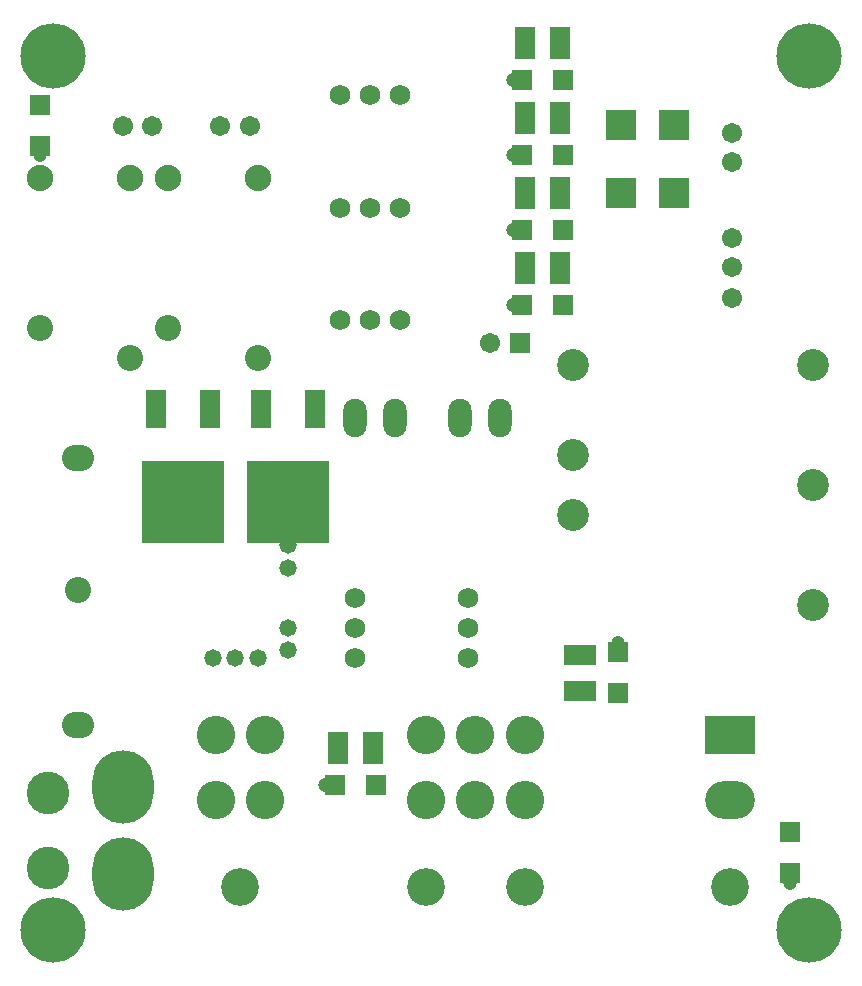
<source format=gts>
G04 Layer_Color=8388736*
%FSLAX25Y25*%
%MOIN*%
G70*
G01*
G75*
%ADD45R,0.06706X0.06706*%
%ADD46R,0.06706X0.06706*%
%ADD47R,0.09855X0.09855*%
%ADD48R,0.07099X0.12611*%
%ADD49R,0.27178X0.27178*%
%ADD50R,0.06706X0.11036*%
%ADD51R,0.11036X0.06706*%
%ADD52C,0.12611*%
%ADD53O,0.16548X0.12611*%
%ADD54R,0.16548X0.12611*%
%ADD55C,0.06706*%
%ADD56C,0.12800*%
%ADD57O,0.20485X0.24422*%
%ADD58C,0.14186*%
%ADD59O,0.07800X0.12800*%
%ADD60O,0.10642X0.08674*%
%ADD61C,0.08674*%
%ADD62C,0.08800*%
%ADD63C,0.06800*%
%ADD64C,0.10642*%
%ADD65C,0.21745*%
%ADD66C,0.05800*%
%ADD67C,0.04737*%
D45*
X7500Y273110D02*
D03*
Y286890D02*
D03*
X257500Y44390D02*
D03*
Y30610D02*
D03*
X200000Y104390D02*
D03*
Y90610D02*
D03*
D46*
X181890Y220000D02*
D03*
X168110D02*
D03*
Y270000D02*
D03*
X181890D02*
D03*
Y295000D02*
D03*
X168110D02*
D03*
Y245000D02*
D03*
X181890D02*
D03*
X105610Y60000D02*
D03*
X119390D02*
D03*
X167500Y207500D02*
D03*
D47*
X218858Y280000D02*
D03*
X201142D02*
D03*
Y257500D02*
D03*
X218858D02*
D03*
D48*
X99000Y185453D02*
D03*
X81000D02*
D03*
X64000D02*
D03*
X46000D02*
D03*
D49*
X90000Y154547D02*
D03*
X55000D02*
D03*
D50*
X106595Y72500D02*
D03*
X118405D02*
D03*
X169095Y257500D02*
D03*
X180905D02*
D03*
X169095Y282500D02*
D03*
X180905D02*
D03*
X169095Y307500D02*
D03*
X180905D02*
D03*
X169095Y232500D02*
D03*
X180905D02*
D03*
D51*
X187500Y103405D02*
D03*
Y91594D02*
D03*
D52*
X237500Y26260D02*
D03*
X135965D02*
D03*
X169035D02*
D03*
X74232D02*
D03*
D53*
X237500Y55000D02*
D03*
D54*
Y76653D02*
D03*
D55*
X238071Y267657D02*
D03*
Y277500D02*
D03*
X157500Y207500D02*
D03*
X77342Y279900D02*
D03*
X67500D02*
D03*
X44842D02*
D03*
X35000D02*
D03*
X238000Y222500D02*
D03*
Y242500D02*
D03*
Y232658D02*
D03*
D56*
X152500Y76653D02*
D03*
X135965Y55000D02*
D03*
X152500D02*
D03*
X169035D02*
D03*
Y76653D02*
D03*
X135965D02*
D03*
X82500D02*
D03*
X65965Y55000D02*
D03*
X82500D02*
D03*
X65965Y76653D02*
D03*
D57*
X35000Y59469D02*
D03*
Y30531D02*
D03*
D58*
X10000Y32500D02*
D03*
Y57500D02*
D03*
D59*
X112500Y182500D02*
D03*
X125886D02*
D03*
X160886D02*
D03*
X147500D02*
D03*
D60*
X20000Y168976D02*
D03*
Y80000D02*
D03*
D61*
Y125000D02*
D03*
X7500Y212500D02*
D03*
X37500Y202500D02*
D03*
X50000Y212500D02*
D03*
X80000Y202500D02*
D03*
D62*
X37500Y262500D02*
D03*
X7500D02*
D03*
X80000D02*
D03*
X50000D02*
D03*
D63*
X127500Y252500D02*
D03*
X117500D02*
D03*
X107500D02*
D03*
X127500Y290000D02*
D03*
X117500D02*
D03*
X107500D02*
D03*
X127500Y215000D02*
D03*
X117500D02*
D03*
X107500D02*
D03*
X112500Y102500D02*
D03*
Y112500D02*
D03*
Y122500D02*
D03*
X150000Y102500D02*
D03*
Y112500D02*
D03*
Y122500D02*
D03*
D64*
X185000Y200000D02*
D03*
X265000D02*
D03*
Y160000D02*
D03*
Y120000D02*
D03*
X185000Y170000D02*
D03*
Y150000D02*
D03*
D65*
X11811Y303150D02*
D03*
Y11811D02*
D03*
X263779Y303150D02*
D03*
Y11811D02*
D03*
D66*
X90000Y140000D02*
D03*
Y132500D02*
D03*
Y105000D02*
D03*
Y112500D02*
D03*
X65000Y102500D02*
D03*
X72500D02*
D03*
X80000D02*
D03*
D67*
X7500Y270000D02*
D03*
X165000Y245000D02*
D03*
Y270000D02*
D03*
Y295000D02*
D03*
Y220000D02*
D03*
X200000Y107500D02*
D03*
X102500Y60000D02*
D03*
X257500Y27500D02*
D03*
M02*

</source>
